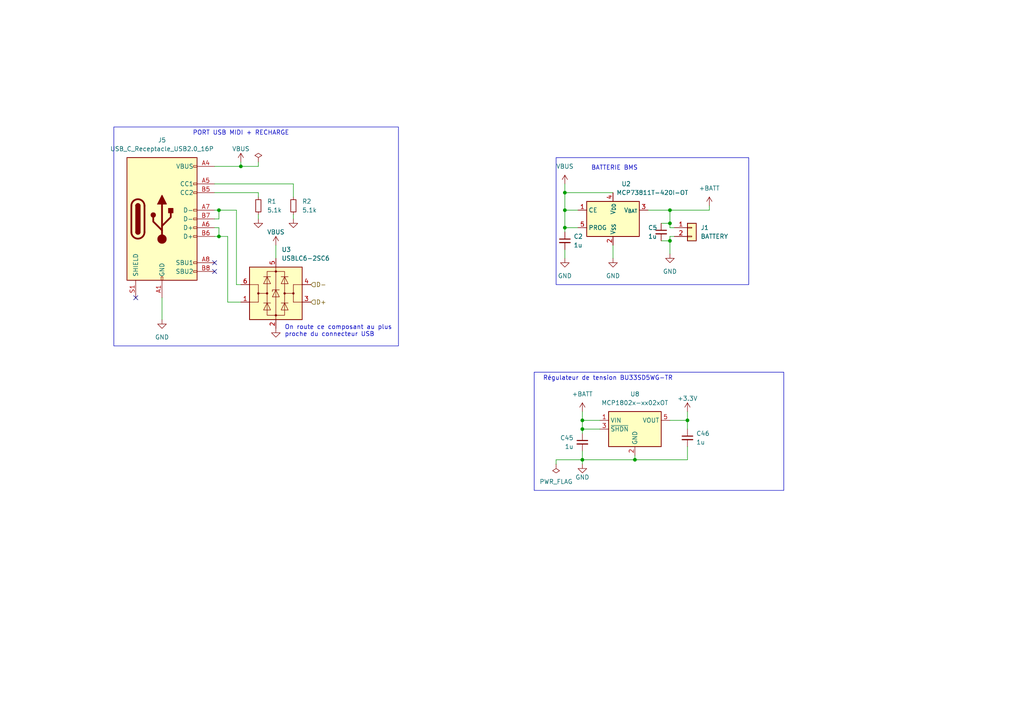
<source format=kicad_sch>
(kicad_sch (version 20230121) (generator eeschema)
  (paper "A4")
  (lib_symbols
    (symbol "Battery_Management:MCP73811T-420I-OT"
      (property "Reference" "U" (at -6.35 6.35 0))
      (property "Value" "MCP73811T-420I-OT" (at 1.27 6.35 0))
      (symbol "MCP73811T-420I-OT_0_1"
        (rectangle (start -7.62 5.08) (end 7.62 -5.08) (stroke (width 0.254)) (fill (type background)))
      )
      (symbol "MCP73811T-420I-OT_1_1"
        (pin input line (at -10.16 2.54 0) (length 2.54) (name "CE") (number "1"))
        (pin power_in line (at 0 -7.62 90) (length 2.54) (name "V_{SS}") (number "2"))
        (pin power_out line (at 10.16 2.54 180) (length 2.54) (name "V_{BAT}") (number "3"))
        (pin power_in line (at 0 7.62 270) (length 2.54) (name "V_{DD}") (number "4"))
        (pin input line (at -10.16 -2.54 0) (length 2.54) (name "PROG") (number "5"))
      )
    )
    (symbol "Connector:USB_C_Receptacle_USB2.0_16P" (pin_names (offset 1.016))
      (property "Reference" "J" (at 0 22.225 0))
      (property "Value" "USB_C_Receptacle_USB2.0_16P" (at 0 19.685 0))
      (symbol "USB_C_Receptacle_USB2.0_16P_0_0"
        (rectangle (start -0.254 -17.78) (end 0.254 -16.764))
        (rectangle (start 10.16 -14.986) (end 9.144 -15.494))
        (rectangle (start 10.16 -12.446) (end 9.144 -12.954))
        (rectangle (start 10.16 -4.826) (end 9.144 -5.334))
        (rectangle (start 10.16 -2.286) (end 9.144 -2.794))
        (rectangle (start 10.16 0.254) (end 9.144 -0.254))
        (rectangle (start 10.16 2.794) (end 9.144 2.286))
        (rectangle (start 10.16 7.874) (end 9.144 7.366))
        (rectangle (start 10.16 10.414) (end 9.144 9.906))
        (rectangle (start 10.16 15.494) (end 9.144 14.986))
      )
      (symbol "USB_C_Receptacle_USB2.0_16P_0_1"
        (rectangle (start -10.16 17.78) (end 10.16 -17.78) (stroke (width 0.254)) (fill (type background)))
        (arc (start -8.89 -3.81) (mid -6.985 -5.7067) (end -5.08 -3.81) (stroke (width 0.508)))
        (arc (start -7.62 -3.81) (mid -6.985 -4.4423) (end -6.35 -3.81) (stroke (width 0.254)))
        (arc (start -7.62 -3.81) (mid -6.985 -4.4423) (end -6.35 -3.81) (stroke (width 0.254)) (fill (type outline)))
        (rectangle (start -7.62 -3.81) (end -6.35 3.81) (stroke (width 0.254)) (fill (type outline)))
        (arc (start -6.35 3.81) (mid -6.985 4.4423) (end -7.62 3.81) (stroke (width 0.254)))
        (arc (start -6.35 3.81) (mid -6.985 4.4423) (end -7.62 3.81) (stroke (width 0.254)) (fill (type outline)))
        (arc (start -5.08 3.81) (mid -6.985 5.7067) (end -8.89 3.81) (stroke (width 0.508)))
        (circle (center -2.54 1.143) (radius 0.635) (stroke (width 0.254)) (fill (type outline)))
        (circle (center 0 -5.842) (radius 1.27) (fill (type outline)))
        (polyline (pts (xy -8.89 -3.81) (xy -8.89 3.81)) (stroke (width 0.508)))
        (polyline (pts (xy -5.08 3.81) (xy -5.08 -3.81)) (stroke (width 0.508)))
        (polyline (pts (xy 0 -5.842) (xy 0 4.318)) (stroke (width 0.508)))
        (polyline (pts (xy 0 -3.302) (xy -2.54 -0.762) (xy -2.54 0.508)) (stroke (width 0.508)))
        (polyline (pts (xy 0 -2.032) (xy 2.54 0.508) (xy 2.54 1.778)) (stroke (width 0.508)))
        (polyline (pts (xy -1.27 4.318) (xy 0 6.858) (xy 1.27 4.318) (xy -1.27 4.318)) (stroke (width 0.254)) (fill (type outline)))
        (rectangle (start 1.905 1.778) (end 3.175 3.048) (stroke (width 0.254)) (fill (type outline)))
      )
      (symbol "USB_C_Receptacle_USB2.0_16P_1_1"
        (pin passive line (at 0 -22.86 90) (length 5.08) (name "GND") (number "A1"))
        (pin passive line (at 0 -22.86 90) (length 5.08) hide (name "GND") (number "A12"))
        (pin passive line (at 15.24 15.24 180) (length 5.08) (name "VBUS") (number "A4"))
        (pin bidirectional line (at 15.24 10.16 180) (length 5.08) (name "CC1") (number "A5"))
        (pin bidirectional line (at 15.24 -2.54 180) (length 5.08) (name "D+") (number "A6"))
        (pin bidirectional line (at 15.24 2.54 180) (length 5.08) (name "D-") (number "A7"))
        (pin bidirectional line (at 15.24 -12.7 180) (length 5.08) (name "SBU1") (number "A8"))
        (pin passive line (at 15.24 15.24 180) (length 5.08) hide (name "VBUS") (number "A9"))
        (pin passive line (at 0 -22.86 90) (length 5.08) hide (name "GND") (number "B1"))
        (pin passive line (at 0 -22.86 90) (length 5.08) hide (name "GND") (number "B12"))
        (pin passive line (at 15.24 15.24 180) (length 5.08) hide (name "VBUS") (number "B4"))
        (pin bidirectional line (at 15.24 7.62 180) (length 5.08) (name "CC2") (number "B5"))
        (pin bidirectional line (at 15.24 -5.08 180) (length 5.08) (name "D+") (number "B6"))
        (pin bidirectional line (at 15.24 0 180) (length 5.08) (name "D-") (number "B7"))
        (pin bidirectional line (at 15.24 -15.24 180) (length 5.08) (name "SBU2") (number "B8"))
        (pin passive line (at 15.24 15.24 180) (length 5.08) hide (name "VBUS") (number "B9"))
        (pin passive line (at -7.62 -22.86 90) (length 5.08) (name "SHIELD") (number "S1"))
      )
    )
    (symbol "Connector_Generic:Conn_01x02" (pin_names (offset 1.016) hide)
      (property "Reference" "J" (at 0 2.54 0))
      (property "Value" "Conn_01x02" (at 0 -5.08 0))
      (symbol "Conn_01x02_1_1"
        (rectangle (start -1.27 -2.413) (end 0 -2.667) (stroke (width 0.1524)))
        (rectangle (start -1.27 0.127) (end 0 -0.127) (stroke (width 0.1524)))
        (rectangle (start -1.27 1.27) (end 1.27 -3.81) (stroke (width 0.254)) (fill (type background)))
        (pin passive line (at -5.08 0 0) (length 3.81) (name "Pin_1") (number "1"))
        (pin passive line (at -5.08 -2.54 0) (length 3.81) (name "Pin_2") (number "2"))
      )
    )
    (symbol "Device:C_Small" (pin_numbers hide) (pin_names (offset 0.254) hide)
      (property "Reference" "C" (at 0.254 1.778 0))
      (property "Value" "C_Small" (at 0.254 -2.032 0))
      (symbol "C_Small_0_1"
        (polyline (pts (xy -1.524 -0.508) (xy 1.524 -0.508)) (stroke (width 0.3302)))
        (polyline (pts (xy -1.524 0.508) (xy 1.524 0.508)) (stroke (width 0.3048)))
      )
      (symbol "C_Small_1_1"
        (pin passive line (at 0 2.54 270) (length 2.032) (name "~") (number "1"))
        (pin passive line (at 0 -2.54 90) (length 2.032) (name "~") (number "2"))
      )
    )
    (symbol "Device:R_Small" (pin_numbers hide) (pin_names (offset 0.254) hide)
      (property "Reference" "R" (at 0.762 0.508 0))
      (property "Value" "R_Small" (at 0.762 -1.016 0))
      (symbol "R_Small_0_1"
        (rectangle (start -0.762 1.778) (end 0.762 -1.778) (stroke (width 0.2032)))
      )
      (symbol "R_Small_1_1"
        (pin passive line (at 0 2.54 270) (length 0.762) (name "~") (number "1"))
        (pin passive line (at 0 -2.54 90) (length 0.762) (name "~") (number "2"))
      )
    )
    (symbol "Power_Protection:USBLC6-2SC6" (pin_names hide)
      (property "Reference" "U" (at 2.54 8.89 0))
      (property "Value" "USBLC6-2SC6" (at 2.54 -8.89 0))
      (symbol "USBLC6-2SC6_0_1"
        (rectangle (start -7.62 -7.62) (end 7.62 7.62) (stroke (width 0.254)) (fill (type background)))
        (circle (center -5.08 0) (radius 0.254) (fill (type outline)))
        (circle (center -2.54 0) (radius 0.254) (fill (type outline)))
        (rectangle (start -2.54 6.35) (end 2.54 -6.35))
        (circle (center 0 -6.35) (radius 0.254) (fill (type outline)))
        (polyline (pts (xy -5.08 -2.54) (xy -7.62 -2.54)))
        (polyline (pts (xy -5.08 0) (xy -5.08 -2.54)))
        (polyline (pts (xy -5.08 2.54) (xy -7.62 2.54)))
        (polyline (pts (xy -1.524 -2.794) (xy -3.556 -2.794)))
        (polyline (pts (xy -1.524 4.826) (xy -3.556 4.826)))
        (polyline (pts (xy 0 -7.62) (xy 0 -6.35)))
        (polyline (pts (xy 0 -6.35) (xy 0 1.27)))
        (polyline (pts (xy 0 1.27) (xy 0 6.35)))
        (polyline (pts (xy 0 6.35) (xy 0 7.62)))
        (polyline (pts (xy 1.524 -2.794) (xy 3.556 -2.794)))
        (polyline (pts (xy 1.524 4.826) (xy 3.556 4.826)))
        (polyline (pts (xy 5.08 -2.54) (xy 7.62 -2.54)))
        (polyline (pts (xy 5.08 0) (xy 5.08 -2.54)))
        (polyline (pts (xy 5.08 2.54) (xy 7.62 2.54)))
        (polyline (pts (xy -2.54 0) (xy -5.08 0) (xy -5.08 2.54)))
        (polyline (pts (xy 2.54 0) (xy 5.08 0) (xy 5.08 2.54)))
        (polyline (pts (xy -3.556 -4.826) (xy -1.524 -4.826) (xy -2.54 -2.794) (xy -3.556 -4.826)))
        (polyline (pts (xy -3.556 2.794) (xy -1.524 2.794) (xy -2.54 4.826) (xy -3.556 2.794)))
        (polyline (pts (xy -1.016 -1.016) (xy 1.016 -1.016) (xy 0 1.016) (xy -1.016 -1.016)))
        (polyline (pts (xy 1.016 1.016) (xy 0.762 1.016) (xy -1.016 1.016) (xy -1.016 0.508)))
        (polyline (pts (xy 3.556 -4.826) (xy 1.524 -4.826) (xy 2.54 -2.794) (xy 3.556 -4.826)))
        (polyline (pts (xy 3.556 2.794) (xy 1.524 2.794) (xy 2.54 4.826) (xy 3.556 2.794)))
        (circle (center 0 6.35) (radius 0.254) (fill (type outline)))
        (circle (center 2.54 0) (radius 0.254) (fill (type outline)))
        (circle (center 5.08 0) (radius 0.254) (fill (type outline)))
      )
      (symbol "USBLC6-2SC6_1_1"
        (pin passive line (at -10.16 -2.54 0) (length 2.54) (name "I/O1") (number "1"))
        (pin passive line (at 0 -10.16 90) (length 2.54) (name "GND") (number "2"))
        (pin passive line (at 10.16 -2.54 180) (length 2.54) (name "I/O2") (number "3"))
        (pin passive line (at 10.16 2.54 180) (length 2.54) (name "I/O2") (number "4"))
        (pin passive line (at 0 10.16 270) (length 2.54) (name "VBUS") (number "5"))
        (pin passive line (at -10.16 2.54 0) (length 2.54) (name "I/O1") (number "6"))
      )
    )
    (symbol "Regulator_Linear:MCP1802x-xx02xOT"
      (property "Reference" "U" (at -6.35 6.35 0))
      (property "Value" "MCP1802x-xx02xOT" (at 0 6.35 0))
      (symbol "MCP1802x-xx02xOT_0_1"
        (rectangle (start -7.62 5.08) (end 7.62 -5.08) (stroke (width 0.254)) (fill (type background)))
      )
      (symbol "MCP1802x-xx02xOT_1_1"
        (pin power_in line (at -10.16 2.54 0) (length 2.54) (name "VIN") (number "1"))
        (pin power_in line (at 0 -7.62 90) (length 2.54) (name "GND") (number "2"))
        (pin input line (at -10.16 0 0) (length 2.54) (name "~{SHDN}") (number "3"))
        (pin no_connect line (at 7.62 0 180) (length 2.54) hide (name "NC") (number "4"))
        (pin power_out line (at 10.16 2.54 180) (length 2.54) (name "VOUT") (number "5"))
      )
    )
    (symbol "power:+3.3V" (power) (pin_names (offset 0))
      (property "Value" "+3.3V" (at 0 3.556 0))
      (symbol "+3.3V_0_1"
        (polyline (pts (xy -0.762 1.27) (xy 0 2.54)))
        (polyline (pts (xy 0 0) (xy 0 2.54)))
        (polyline (pts (xy 0 2.54) (xy 0.762 1.27)))
      )
      (symbol "+3.3V_1_1"
        (pin power_in line (at 0 0 90) (length 0) hide (name "+3.3V") (number "1"))
      )
    )
    (symbol "power:+BATT" (power) (pin_names (offset 0))
      (property "Value" "+BATT" (at 0 3.556 0))
      (symbol "+BATT_0_1"
        (polyline (pts (xy -0.762 1.27) (xy 0 2.54)))
        (polyline (pts (xy 0 0) (xy 0 2.54)))
        (polyline (pts (xy 0 2.54) (xy 0.762 1.27)))
      )
      (symbol "+BATT_1_1"
        (pin power_in line (at 0 0 90) (length 0) hide (name "+BATT") (number "1"))
      )
    )
    (symbol "power:GND" (power) (pin_names (offset 0))
      (property "Value" "GND" (at 0 -3.81 0))
      (symbol "GND_0_1"
        (polyline (pts (xy 0 0) (xy 0 -1.27) (xy 1.27 -1.27) (xy 0 -2.54) (xy -1.27 -1.27) (xy 0 -1.27)))
      )
      (symbol "GND_1_1"
        (pin power_in line (at 0 0 270) (length 0) hide (name "GND") (number "1"))
      )
    )
    (symbol "power:PWR_FLAG" (power) (pin_numbers hide) (pin_names (offset 0) hide)
      (property "Value" "PWR_FLAG" (at 0 3.81 0))
      (symbol "PWR_FLAG_0_0"
        (pin power_out line (at 0 0 90) (length 0) (name "pwr") (number "1"))
      )
      (symbol "PWR_FLAG_0_1"
        (polyline (pts (xy 0 0) (xy 0 1.27) (xy -1.016 1.905) (xy 0 2.54) (xy 1.016 1.905) (xy 0 1.27)))
      )
    )
    (symbol "power:VBUS" (power) (pin_names (offset 0))
      (property "Value" "VBUS" (at 0 3.81 0))
      (symbol "VBUS_0_1"
        (polyline (pts (xy -0.762 1.27) (xy 0 2.54)))
        (polyline (pts (xy 0 0) (xy 0 2.54)))
        (polyline (pts (xy 0 2.54) (xy 0.762 1.27)))
      )
      (symbol "VBUS_1_1"
        (pin power_in line (at 0 0 90) (length 0) hide (name "VBUS") (number "1"))
      )
    )
  )
  (junction (at 168.91 133.35))
  (junction (at 69.85 48.26))
  (junction (at 163.83 55.88))
  (junction (at 184.15 133.35))
  (junction (at 199.39 121.92))
  (junction (at 194.31 64.77))
  (junction (at 63.5 60.96))
  (junction (at 168.91 121.92))
  (junction (at 163.83 66.04))
  (junction (at 168.91 124.46))
  (junction (at 63.5 68.58))
  (junction (at 163.83 60.96))
  (junction (at 194.31 69.85))
  (junction (at 194.31 60.96))
  (no_connect (at 62.23 78.74))
  (no_connect (at 39.37 86.36))
  (no_connect (at 62.23 76.2))
  (wire (pts (xy 163.83 60.96) (xy 167.64 60.96)))
  (wire (pts (xy 63.5 66.04) (xy 63.5 68.58)))
  (wire (pts (xy 62.23 48.26) (xy 69.85 48.26)))
  (wire (pts (xy 191.77 64.77) (xy 194.31 64.77)))
  (wire (pts (xy 168.91 121.92) (xy 173.99 121.92)))
  (wire (pts (xy 194.31 69.85) (xy 194.31 73.66)))
  (wire (pts (xy 66.04 87.63) (xy 69.85 87.63)))
  (wire (pts (xy 199.39 121.92) (xy 199.39 124.46)))
  (wire (pts (xy 80.01 71.12) (xy 80.01 74.93)))
  (wire (pts (xy 63.5 68.58) (xy 66.04 68.58)))
  (wire (pts (xy 168.91 133.35) (xy 168.91 134.62)))
  (wire (pts (xy 205.74 59.69) (xy 205.74 60.96)))
  (wire (pts (xy 62.23 66.04) (xy 63.5 66.04)))
  (wire (pts (xy 163.83 55.88) (xy 163.83 60.96)))
  (wire (pts (xy 163.83 72.39) (xy 163.83 74.93)))
  (wire (pts (xy 62.23 63.5) (xy 63.5 63.5)))
  (wire (pts (xy 63.5 63.5) (xy 63.5 60.96)))
  (wire (pts (xy 74.93 46.99) (xy 74.93 48.26)))
  (wire (pts (xy 161.29 133.35) (xy 168.91 133.35)))
  (wire (pts (xy 161.29 134.62) (xy 161.29 133.35)))
  (wire (pts (xy 63.5 60.96) (xy 68.58 60.96)))
  (wire (pts (xy 205.74 60.96) (xy 194.31 60.96)))
  (wire (pts (xy 74.93 55.88) (xy 74.93 57.15)))
  (wire (pts (xy 195.58 68.58) (xy 194.31 68.58)))
  (wire (pts (xy 46.99 86.36) (xy 46.99 92.71)))
  (wire (pts (xy 62.23 55.88) (xy 74.93 55.88)))
  (wire (pts (xy 74.93 62.23) (xy 74.93 63.5)))
  (wire (pts (xy 199.39 129.54) (xy 199.39 133.35)))
  (wire (pts (xy 184.15 133.35) (xy 184.15 132.08)))
  (wire (pts (xy 69.85 82.55) (xy 68.58 82.55)))
  (wire (pts (xy 194.31 121.92) (xy 199.39 121.92)))
  (wire (pts (xy 66.04 68.58) (xy 66.04 87.63)))
  (wire (pts (xy 69.85 46.99) (xy 69.85 48.26)))
  (wire (pts (xy 168.91 124.46) (xy 168.91 125.73)))
  (wire (pts (xy 85.09 62.23) (xy 85.09 63.5)))
  (wire (pts (xy 195.58 66.04) (xy 194.31 66.04)))
  (wire (pts (xy 173.99 124.46) (xy 168.91 124.46)))
  (wire (pts (xy 167.64 66.04) (xy 163.83 66.04)))
  (wire (pts (xy 163.83 66.04) (xy 163.83 60.96)))
  (wire (pts (xy 187.96 60.96) (xy 194.31 60.96)))
  (wire (pts (xy 168.91 121.92) (xy 168.91 119.38)))
  (wire (pts (xy 168.91 130.81) (xy 168.91 133.35)))
  (wire (pts (xy 85.09 53.34) (xy 85.09 57.15)))
  (wire (pts (xy 163.83 66.04) (xy 163.83 67.31)))
  (wire (pts (xy 191.77 69.85) (xy 194.31 69.85)))
  (wire (pts (xy 194.31 68.58) (xy 194.31 69.85)))
  (wire (pts (xy 184.15 133.35) (xy 199.39 133.35)))
  (wire (pts (xy 62.23 60.96) (xy 63.5 60.96)))
  (wire (pts (xy 62.23 53.34) (xy 85.09 53.34)))
  (wire (pts (xy 163.83 55.88) (xy 177.8 55.88)))
  (wire (pts (xy 74.93 48.26) (xy 69.85 48.26)))
  (wire (pts (xy 177.8 71.12) (xy 177.8 74.93)))
  (wire (pts (xy 194.31 64.77) (xy 194.31 66.04)))
  (wire (pts (xy 199.39 121.92) (xy 199.39 119.38)))
  (wire (pts (xy 163.83 53.34) (xy 163.83 55.88)))
  (wire (pts (xy 62.23 68.58) (xy 63.5 68.58)))
  (wire (pts (xy 194.31 60.96) (xy 194.31 64.77)))
  (wire (pts (xy 168.91 133.35) (xy 184.15 133.35)))
  (wire (pts (xy 68.58 82.55) (xy 68.58 60.96)))
  (wire (pts (xy 168.91 124.46) (xy 168.91 121.92)))
  (rectangle (start 154.94 107.95) (end 227.33 142.24))
  (rectangle (start 161.29 45.72) (end 217.17 82.55))
  (rectangle (start 33.02 36.83) (end 115.57 100.33))
  (text "Régulateur de tension BU33SD5WG-TR" (at 157.48 110.49 0) (effects (font (size 1.27 1.27)) (justify left bottom)))
  (text "On route ce composant au plus \nproche du connecteur USB" (at 82.55 97.79 0) (effects (font (size 1.27 1.27)) (justify left bottom)))
  (text "BATTERIE BMS " (at 171.45 49.53 0) (effects (font (size 1.27 1.27)) (justify left bottom)))
  (text "PORT USB MIDI + RECHARGE" (at 55.88 39.37 0) (effects (font (size 1.27 1.27)) (justify left bottom)))
  (hierarchical_label "D-" (shape input) (at 90.17 82.55 0))
  (hierarchical_label "D+" (shape input) (at 90.17 87.63 0))
  (symbol (lib_id "power:GND") (at 85.09 63.5 0) (unit 1)
    (property "Reference" "#PWR018" (effects hide))
    (property "Value" "GND" (effects hide))
  )
  (symbol (lib_id "power:+BATT") (at 168.91 119.38 0) (unit 1)
    (property "Reference" "#PWR051" (effects hide))
    (property "Value" "+BATT" (at 168.91 114.3 0))
  )
  (symbol (lib_id "Device:C_Small") (at 191.77 67.31 0) (unit 1)
    (property "Reference" "C5" (at 187.96 66.04 0) (effects (justify left)))
    (property "Value" "1u" (at 187.96 68.58 0) (effects (justify left)))
    (property "Footprint" "Capacitor_SMD:C_0603_1608Metric" (effects hide))
  )
  (symbol (lib_id "power:GND") (at 74.93 63.5 0) (unit 1)
    (property "Reference" "#PWR015" (effects hide))
    (property "Value" "GND" (effects hide))
  )
  (symbol (lib_id "Device:C_Small") (at 199.39 127 0) (unit 1)
    (property "Reference" "C46" (at 201.93 125.7363 0) (effects (justify left)))
    (property "Value" "1u" (at 201.93 128.27 0) (effects (justify left)))
    (property "Footprint" "Capacitor_SMD:C_0603_1608Metric_Pad1.08x0.95mm_HandSolder" (effects hide))
  )
  (symbol (lib_id "Regulator_Linear:MCP1802x-xx02xOT") (at 184.15 124.46 0) (unit 1)
    (property "Reference" "U8" (at 184.15 114.3 0))
    (property "Value" "MCP1802x-xx02xOT" (at 184.15 116.84 0))
    (property "Footprint" "Package_TO_SOT_SMD:SOT-23-5" (effects hide))
    (property "Datasheet" "http://ww1.microchip.com/downloads/en/DeviceDoc/22053C.pdf" (effects hide))
  )
  (symbol (lib_id "Power_Protection:USBLC6-2SC6") (at 80.01 85.09 0) (unit 1)
    (property "Reference" "U3" (at 81.6611 72.39 0) (effects (justify left)))
    (property "Value" "USBLC6-2SC6" (at 81.6611 74.93 0) (effects (justify left)))
    (property "Footprint" "Package_TO_SOT_SMD:SOT-23-6" (effects hide))
    (property "Datasheet" "https://www.st.com/resource/en/datasheet/usblc6-2.pdf" (effects hide))
  )
  (symbol (lib_id "Connector:USB_C_Receptacle_USB2.0_16P") (at 46.99 63.5 0) (unit 1)
    (property "Reference" "J5" (at 46.99 40.64 0))
    (property "Value" "USB_C_Receptacle_USB2.0_16P" (at 46.99 43.18 0))
    (property "Footprint" "Connector_USB:USB_C_Receptacle_GCT_USB4105-xx-A_16P_TopMnt_Horizontal" (effects hide))
    (property "Datasheet" "https://www.usb.org/sites/default/files/documents/usb_type-c.zip" (effects hide))
  )
  (symbol (lib_id "Device:R_Small") (at 74.93 59.69 0) (unit 1)
    (property "Reference" "R1" (at 77.47 58.42 0) (effects (justify left)))
    (property "Value" "5.1k" (at 77.47 60.96 0) (effects (justify left)))
    (property "Footprint" "Resistor_SMD:R_0603_1608Metric" (effects hide))
  )
  (symbol (lib_id "power:GND") (at 168.91 134.62 0) (unit 1)
    (property "Reference" "#PWR050" (effects hide))
    (property "Value" "GND" (at 168.91 138.43 0))
  )
  (symbol (lib_id "power:VBUS") (at 80.01 71.12 0) (unit 1)
    (property "Reference" "#PWR016" (effects hide))
    (property "Value" "VBUS" (at 80.01 67.31 0))
  )
  (symbol (lib_id "Connector_Generic:Conn_01x02") (at 200.66 66.04 0) (unit 1)
    (property "Reference" "J1" (at 203.2 66.04 0) (effects (justify left)))
    (property "Value" "BATTERY" (at 203.2 68.58 0) (effects (justify left)))
    (property "Footprint" "Connector_JST:JST_XH_S2B-XH-A_1x02_P2.50mm_Horizontal" (effects hide))
  )
  (symbol (lib_id "power:GND") (at 194.31 73.66 0) (unit 1)
    (property "Reference" "#PWR011" (effects hide))
    (property "Value" "GND" (at 194.31 78.74 0))
  )
  (symbol (lib_id "power:GND") (at 46.99 92.71 0) (unit 1)
    (property "Reference" "#PWR013" (effects hide))
    (property "Value" "GND" (at 46.99 97.79 0))
  )
  (symbol (lib_id "power:GND") (at 80.01 95.25 0) (unit 1)
    (property "Reference" "#PWR017" (effects hide))
    (property "Value" "GND" (effects hide))
  )
  (symbol (lib_id "power:VBUS") (at 163.83 53.34 0) (unit 1)
    (property "Reference" "#PWR02" (effects hide))
    (property "Value" "VBUS" (at 163.83 48.26 0))
  )
  (symbol (lib_id "power:+3.3V") (at 199.39 119.38 0) (unit 1)
    (property "Reference" "#PWR054" (effects hide))
    (property "Value" "+3.3V" (at 199.39 115.57 0))
  )
  (symbol (lib_id "Device:R_Small") (at 85.09 59.69 0) (unit 1)
    (property "Reference" "R2" (at 87.63 58.42 0) (effects (justify left)))
    (property "Value" "5.1k" (at 87.63 60.96 0) (effects (justify left)))
    (property "Footprint" "Resistor_SMD:R_0603_1608Metric" (effects hide))
  )
  (symbol (lib_id "power:GND") (at 163.83 74.93 0) (unit 1)
    (property "Reference" "#PWR03" (effects hide))
    (property "Value" "GND" (at 163.83 80.01 0))
  )
  (symbol (lib_id "power:GND") (at 177.8 74.93 0) (unit 1)
    (property "Reference" "#PWR06" (effects hide))
    (property "Value" "GND" (at 177.8 80.01 0))
  )
  (symbol (lib_id "power:PWR_FLAG") (at 161.29 134.62 0) (mirror x) (unit 1)
    (property "Reference" "#FLG02" (effects hide))
    (property "Value" "PWR_FLAG" (at 161.29 139.7 0))
  )
  (symbol (lib_id "Device:C_Small") (at 168.91 128.27 0) (mirror y) (unit 1)
    (property "Reference" "C45" (at 166.37 127.0063 0) (effects (justify left)))
    (property "Value" "1u" (at 166.37 129.54 0) (effects (justify left)))
    (property "Footprint" "Capacitor_SMD:C_0603_1608Metric_Pad1.08x0.95mm_HandSolder" (effects hide))
  )
  (symbol (lib_id "Device:C_Small") (at 163.83 69.85 0) (unit 1)
    (property "Reference" "C2" (at 166.37 68.5863 0) (effects (justify left)))
    (property "Value" "1u" (at 166.37 71.1263 0) (effects (justify left)))
    (property "Footprint" "Capacitor_SMD:C_0603_1608Metric" (effects hide))
  )
  (symbol (lib_id "power:VBUS") (at 69.85 46.99 0) (unit 1)
    (property "Reference" "#PWR014" (effects hide))
    (property "Value" "VBUS" (at 69.85 43.18 0))
  )
  (symbol (lib_id "power:+BATT") (at 205.74 59.69 0) (unit 1)
    (property "Reference" "#PWR049" (effects hide))
    (property "Value" "+BATT" (at 205.74 54.61 0))
  )
  (symbol (lib_id "Battery_Management:MCP73811T-420I-OT") (at 177.8 63.5 0) (unit 1)
    (property "Reference" "U2" (at 181.61 53.34 0))
    (property "Value" "MCP73811T-420I-OT" (at 189.23 55.88 0))
    (property "Footprint" "Package_TO_SOT_SMD:SOT-23-5" (effects hide))
    (property "Datasheet" "http://ww1.microchip.com/downloads/en/DeviceDoc/22036b.pdf" (effects hide))
  )
  (symbol (lib_id "power:PWR_FLAG") (at 74.93 46.99 0) (unit 1)
    (property "Reference" "#FLG01" (effects hide))
    (property "Value" "PWR_FLAG" (effects hide))
  )
)
</source>
